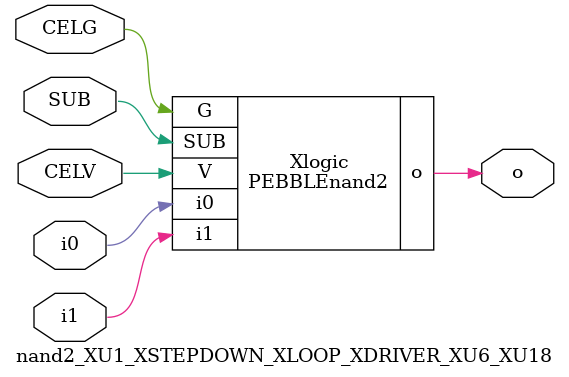
<source format=v>



module PEBBLEnand2 ( o, G, SUB, V, i0, i1 );

  input i0;
  input V;
  input i1;
  input G;
  output o;
  input SUB;
endmodule

//Celera Confidential Do Not Copy nand2_XU1_XSTEPDOWN_XLOOP_XDRIVER_XU6_XU18
//Celera Confidential Symbol Generator
//5V NAND2
module nand2_XU1_XSTEPDOWN_XLOOP_XDRIVER_XU6_XU18 (CELV,CELG,i0,i1,o,SUB);
input CELV;
input CELG;
input i0;
input i1;
input SUB;
output o;

//Celera Confidential Do Not Copy nand2
PEBBLEnand2 Xlogic(
.V (CELV),
.i0 (i0),
.i1 (i1),
.o (o),
.SUB (SUB),
.G (CELG)
);
//,diesize,PEBBLEnand2

//Celera Confidential Do Not Copy Module End
//Celera Schematic Generator
endmodule

</source>
